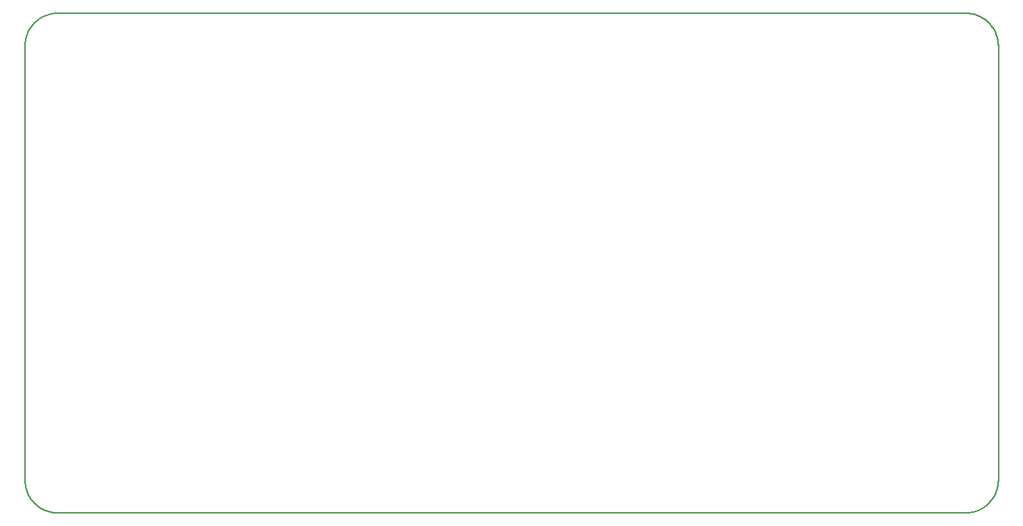
<source format=gbp>
G75*
%MOIN*%
%OFA0B0*%
%FSLAX25Y25*%
%IPPOS*%
%LPD*%
%AMOC8*
5,1,8,0,0,1.08239X$1,22.5*
%
%ADD10C,0.00600*%
D10*
X0025048Y0006800D02*
X0461052Y0006800D01*
X0461433Y0006805D01*
X0461813Y0006818D01*
X0462193Y0006841D01*
X0462572Y0006874D01*
X0462950Y0006915D01*
X0463327Y0006965D01*
X0463703Y0007025D01*
X0464078Y0007093D01*
X0464450Y0007171D01*
X0464821Y0007258D01*
X0465189Y0007353D01*
X0465555Y0007458D01*
X0465918Y0007571D01*
X0466279Y0007693D01*
X0466636Y0007823D01*
X0466990Y0007963D01*
X0467341Y0008110D01*
X0467688Y0008267D01*
X0468031Y0008431D01*
X0468370Y0008604D01*
X0468705Y0008785D01*
X0469036Y0008974D01*
X0469361Y0009171D01*
X0469682Y0009375D01*
X0469998Y0009588D01*
X0470308Y0009808D01*
X0470614Y0010035D01*
X0470913Y0010270D01*
X0471207Y0010512D01*
X0471495Y0010760D01*
X0471777Y0011016D01*
X0472052Y0011279D01*
X0472321Y0011548D01*
X0472584Y0011823D01*
X0472840Y0012105D01*
X0473088Y0012393D01*
X0473330Y0012687D01*
X0473565Y0012986D01*
X0473792Y0013292D01*
X0474012Y0013602D01*
X0474225Y0013918D01*
X0474429Y0014239D01*
X0474626Y0014564D01*
X0474815Y0014895D01*
X0474996Y0015230D01*
X0475169Y0015569D01*
X0475333Y0015912D01*
X0475490Y0016259D01*
X0475637Y0016610D01*
X0475777Y0016964D01*
X0475907Y0017321D01*
X0476029Y0017682D01*
X0476142Y0018045D01*
X0476247Y0018411D01*
X0476342Y0018779D01*
X0476429Y0019150D01*
X0476507Y0019522D01*
X0476575Y0019897D01*
X0476635Y0020273D01*
X0476685Y0020650D01*
X0476726Y0021028D01*
X0476759Y0021407D01*
X0476782Y0021787D01*
X0476795Y0022167D01*
X0476800Y0022548D01*
X0476800Y0231052D01*
X0476795Y0231433D01*
X0476782Y0231813D01*
X0476759Y0232193D01*
X0476726Y0232572D01*
X0476685Y0232950D01*
X0476635Y0233327D01*
X0476575Y0233703D01*
X0476507Y0234078D01*
X0476429Y0234450D01*
X0476342Y0234821D01*
X0476247Y0235189D01*
X0476142Y0235555D01*
X0476029Y0235918D01*
X0475907Y0236279D01*
X0475777Y0236636D01*
X0475637Y0236990D01*
X0475490Y0237341D01*
X0475333Y0237688D01*
X0475169Y0238031D01*
X0474996Y0238370D01*
X0474815Y0238705D01*
X0474626Y0239036D01*
X0474429Y0239361D01*
X0474225Y0239682D01*
X0474012Y0239998D01*
X0473792Y0240308D01*
X0473565Y0240614D01*
X0473330Y0240913D01*
X0473088Y0241207D01*
X0472840Y0241495D01*
X0472584Y0241777D01*
X0472321Y0242052D01*
X0472052Y0242321D01*
X0471777Y0242584D01*
X0471495Y0242840D01*
X0471207Y0243088D01*
X0470913Y0243330D01*
X0470614Y0243565D01*
X0470308Y0243792D01*
X0469998Y0244012D01*
X0469682Y0244225D01*
X0469361Y0244429D01*
X0469036Y0244626D01*
X0468705Y0244815D01*
X0468370Y0244996D01*
X0468031Y0245169D01*
X0467688Y0245333D01*
X0467341Y0245490D01*
X0466990Y0245637D01*
X0466636Y0245777D01*
X0466279Y0245907D01*
X0465918Y0246029D01*
X0465555Y0246142D01*
X0465189Y0246247D01*
X0464821Y0246342D01*
X0464450Y0246429D01*
X0464078Y0246507D01*
X0463703Y0246575D01*
X0463327Y0246635D01*
X0462950Y0246685D01*
X0462572Y0246726D01*
X0462193Y0246759D01*
X0461813Y0246782D01*
X0461433Y0246795D01*
X0461052Y0246800D01*
X0025048Y0246800D01*
X0024667Y0246795D01*
X0024287Y0246782D01*
X0023907Y0246759D01*
X0023528Y0246726D01*
X0023150Y0246685D01*
X0022773Y0246635D01*
X0022397Y0246575D01*
X0022022Y0246507D01*
X0021650Y0246429D01*
X0021279Y0246342D01*
X0020911Y0246247D01*
X0020545Y0246142D01*
X0020182Y0246029D01*
X0019821Y0245907D01*
X0019464Y0245777D01*
X0019110Y0245637D01*
X0018759Y0245490D01*
X0018412Y0245333D01*
X0018069Y0245169D01*
X0017730Y0244996D01*
X0017395Y0244815D01*
X0017064Y0244626D01*
X0016739Y0244429D01*
X0016418Y0244225D01*
X0016102Y0244012D01*
X0015792Y0243792D01*
X0015486Y0243565D01*
X0015187Y0243330D01*
X0014893Y0243088D01*
X0014605Y0242840D01*
X0014323Y0242584D01*
X0014048Y0242321D01*
X0013779Y0242052D01*
X0013516Y0241777D01*
X0013260Y0241495D01*
X0013012Y0241207D01*
X0012770Y0240913D01*
X0012535Y0240614D01*
X0012308Y0240308D01*
X0012088Y0239998D01*
X0011875Y0239682D01*
X0011671Y0239361D01*
X0011474Y0239036D01*
X0011285Y0238705D01*
X0011104Y0238370D01*
X0010931Y0238031D01*
X0010767Y0237688D01*
X0010610Y0237341D01*
X0010463Y0236990D01*
X0010323Y0236636D01*
X0010193Y0236279D01*
X0010071Y0235918D01*
X0009958Y0235555D01*
X0009853Y0235189D01*
X0009758Y0234821D01*
X0009671Y0234450D01*
X0009593Y0234078D01*
X0009525Y0233703D01*
X0009465Y0233327D01*
X0009415Y0232950D01*
X0009374Y0232572D01*
X0009341Y0232193D01*
X0009318Y0231813D01*
X0009305Y0231433D01*
X0009300Y0231052D01*
X0009300Y0022548D01*
X0009305Y0022167D01*
X0009318Y0021787D01*
X0009341Y0021407D01*
X0009374Y0021028D01*
X0009415Y0020650D01*
X0009465Y0020273D01*
X0009525Y0019897D01*
X0009593Y0019522D01*
X0009671Y0019150D01*
X0009758Y0018779D01*
X0009853Y0018411D01*
X0009958Y0018045D01*
X0010071Y0017682D01*
X0010193Y0017321D01*
X0010323Y0016964D01*
X0010463Y0016610D01*
X0010610Y0016259D01*
X0010767Y0015912D01*
X0010931Y0015569D01*
X0011104Y0015230D01*
X0011285Y0014895D01*
X0011474Y0014564D01*
X0011671Y0014239D01*
X0011875Y0013918D01*
X0012088Y0013602D01*
X0012308Y0013292D01*
X0012535Y0012986D01*
X0012770Y0012687D01*
X0013012Y0012393D01*
X0013260Y0012105D01*
X0013516Y0011823D01*
X0013779Y0011548D01*
X0014048Y0011279D01*
X0014323Y0011016D01*
X0014605Y0010760D01*
X0014893Y0010512D01*
X0015187Y0010270D01*
X0015486Y0010035D01*
X0015792Y0009808D01*
X0016102Y0009588D01*
X0016418Y0009375D01*
X0016739Y0009171D01*
X0017064Y0008974D01*
X0017395Y0008785D01*
X0017730Y0008604D01*
X0018069Y0008431D01*
X0018412Y0008267D01*
X0018759Y0008110D01*
X0019110Y0007963D01*
X0019464Y0007823D01*
X0019821Y0007693D01*
X0020182Y0007571D01*
X0020545Y0007458D01*
X0020911Y0007353D01*
X0021279Y0007258D01*
X0021650Y0007171D01*
X0022022Y0007093D01*
X0022397Y0007025D01*
X0022773Y0006965D01*
X0023150Y0006915D01*
X0023528Y0006874D01*
X0023907Y0006841D01*
X0024287Y0006818D01*
X0024667Y0006805D01*
X0025048Y0006800D01*
M02*

</source>
